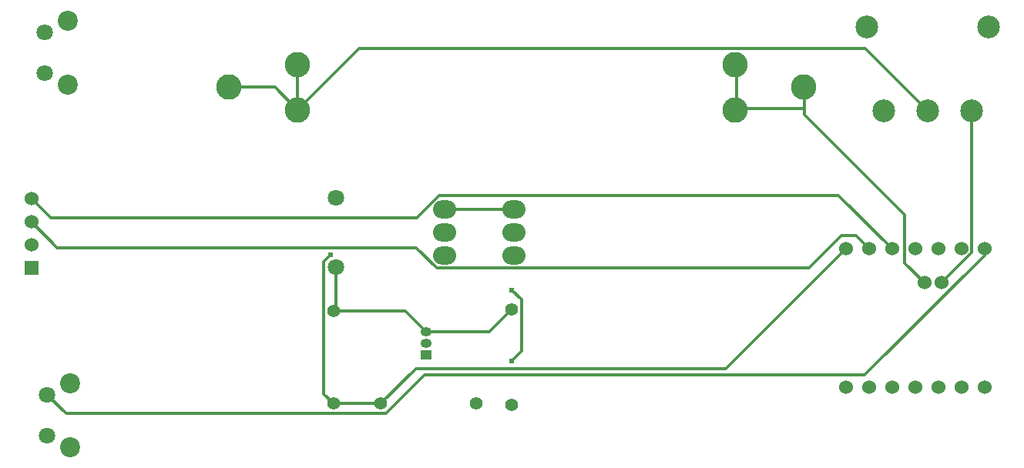
<source format=gbl>
G04 Layer: BottomLayer*
G04 EasyEDA Pro v2.2.38.8, 2025-04-29 09:25:40*
G04 Gerber Generator version 0.3*
G04 Scale: 100 percent, Rotated: No, Reflected: No*
G04 Dimensions in millimeters*
G04 Leading zeros omitted, absolute positions, 4 integers and 5 decimals*
%FSLAX45Y45*%
%MOMM*%
%ADD10O,2.54X2.0*%
%ADD11R,1.524X1.524*%
%ADD12C,1.524*%
%ADD13C,1.8*%
%ADD14R,1.2X1.0*%
%ADD15O,1.2X1.0*%
%ADD16C,1.4*%
%ADD17C,2.49999*%
%ADD18C,2.79999*%
%ADD19C,2.2*%
%ADD20C,0.6096*%
%ADD21C,0.3556*%
G75*


G04 Pad Start*
G54D10*
G01X5562600Y-2260280D03*
G01X5562600Y-2514280D03*
G01X5562600Y-2768280D03*
G01X4800600Y-2768280D03*
G01X4800600Y-2514280D03*
G01X4800600Y-2260280D03*
G54D11*
G01X259334Y-2902331D03*
G54D12*
G01X259334Y-2648331D03*
G01X259334Y-2394331D03*
G01X259334Y-2140331D03*
G01X9715490Y-2692410D03*
G01X9969490Y-2692410D03*
G01X10223490Y-2692410D03*
G01X10477490Y-2692410D03*
G01X10731500Y-2692400D03*
G01X10731490Y-4216410D03*
G01X10477490Y-4216410D03*
G01X10223500Y-4216410D03*
G01X9969490Y-4216410D03*
G01X9461490Y-4216410D03*
G01X9207490Y-4216410D03*
G01X9715490Y-4216410D03*
G01X10071090Y-3066806D03*
G01X10259888Y-3066806D03*
G01X9207490Y-2692410D03*
G01X9461490Y-2692410D03*
G54D13*
G01X3606800Y-2134603D03*
G01X3606800Y-2894597D03*
G54D14*
G01X4597400Y-3860800D03*
G54D15*
G01X4597400Y-3733800D03*
G01X4597400Y-3606800D03*
G54D16*
G01X5537200Y-3361207D03*
G01X5537200Y-4411193D03*
G01X4097807Y-4394200D03*
G01X5147793Y-4394200D03*
G01X3581400Y-4396207D03*
G01X3581400Y-3376193D03*
G54D17*
G01X9629188Y-1172195D03*
G01X10109197Y-1172195D03*
G01X10589181Y-1172195D03*
G01X9444203Y-250213D03*
G01X10774197Y-250205D03*
G54D18*
G01X8749309Y-914425D03*
G01X7989392Y-664388D03*
G01X7989291Y-1164412D03*
G01X2426691Y-914375D03*
G01X3186608Y-1164412D03*
G01X3186709Y-664388D03*
G54D19*
G01X683793Y-4171201D03*
G01X683793Y-4871199D03*
G54D13*
G01X433807Y-4746180D03*
G01X433807Y-4296194D03*
G54D19*
G01X658393Y-183401D03*
G01X658393Y-883399D03*
G54D13*
G01X408407Y-758380D03*
G01X408407Y-308394D03*
G04 Pad End*

G04 Via Start*
G54D20*
G01X3545840Y-2760447D03*
G01X5537200Y-3144200D03*
G01X5537200Y-3926520D03*
G04 Via End*

G04 Track Start*
G54D21*
G01X259334Y-2394331D02*
G01X543814Y-2678811D01*
G01X4490974Y-2678811D01*
G01X4717933Y-2905770D01*
G01X8807333Y-2905770D01*
G01X9162933Y-2550170D01*
G01X9319250Y-2550170D01*
G01X9461490Y-2692410D01*
G01X259334Y-2140331D02*
G01X470167Y-2351164D01*
G01X4493501Y-2351164D01*
G01X4739894Y-2104771D01*
G01X9127851Y-2104771D01*
G01X9715490Y-2692410D01*
G01X3606800Y-2894597D02*
G01X3606800Y-3350793D01*
G01X3581400Y-3376193D01*
G01X4366793Y-3376193D01*
G01X4597400Y-3606800D01*
G01X5291607Y-3606800D01*
G01X5537200Y-3361207D01*
G01X2426691Y-914375D02*
G01X2936570Y-914375D01*
G01X3186608Y-1164412D01*
G01X3186608Y-664489D01*
G01X3186608Y-1164412D02*
G01X3862248Y-488772D01*
G01X9425775Y-488772D01*
G01X10109197Y-1172195D01*
G01X10259888Y-3066806D02*
G01X10589181Y-2737513D01*
G01X10589181Y-1172195D01*
G01X10071090Y-3066806D02*
G01X9857730Y-2853446D01*
G01X9857730Y-2320046D01*
G01X8755370Y-1217686D01*
G01X8755370Y-920486D02*
G01X8749309Y-914425D01*
G01X8755370Y-1146566D02*
G01X8008610Y-1146566D01*
G01X7989291Y-1164412D01*
G01X8008610Y-1146566D02*
G01X8008610Y-683605D01*
G01X7989392Y-664388D01*
G01X10731500Y-2692400D02*
G01X10731500Y-2763520D01*
G01X9415780Y-4079240D01*
G01X4579620Y-4079240D01*
G01X4152900Y-4505960D01*
G01X643573Y-4505960D01*
G01X433807Y-4296194D01*
G01X9207490Y-2692410D02*
G01X7891770Y-4008130D01*
G01X4483877Y-4008130D01*
G01X4097807Y-4394200D01*
G01X3583407Y-4394200D01*
G01X3581400Y-4396207D01*
G01X3474720Y-4289527D01*
G01X3474720Y-2831567D01*
G01X3545840Y-2760447D01*
G01X5562600Y-2260280D02*
G01X4800600Y-2260280D01*
G01X5537200Y-3144200D02*
G01X5643880Y-3250880D01*
G01X5643880Y-3819840D01*
G01X5537200Y-3926520D01*
G01X8755370Y-1217686D02*
G01X8755370Y-1146566D01*
G01X8755370Y-920486D01*
G04 Track End*

M02*


</source>
